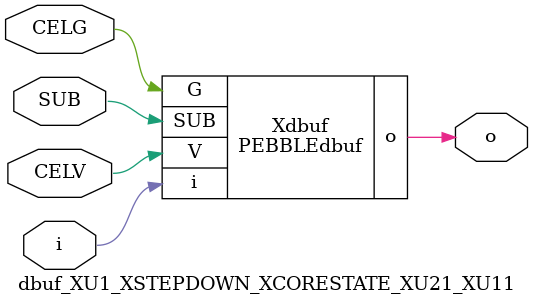
<source format=v>



module PEBBLEdbuf ( o, G, SUB, V, i );

  input V;
  input i;
  input G;
  output o;
  input SUB;
endmodule

//Celera Confidential Do Not Copy dbuf_XU1_XSTEPDOWN_XCORESTATE_XU21_XU11
//Celera Confidential Symbol Generator
//Digital Buffer
module dbuf_XU1_XSTEPDOWN_XCORESTATE_XU21_XU11 (CELV,CELG,i,o,SUB);
input CELV;
input CELG;
input i;
input SUB;
output o;

//Celera Confidential Do Not Copy dbuf
PEBBLEdbuf Xdbuf(
.V (CELV),
.i (i),
.o (o),
.SUB (SUB),
.G (CELG)
);
//,diesize,PEBBLEdbuf

//Celera Confidential Do Not Copy Module End
//Celera Schematic Generator
endmodule

</source>
